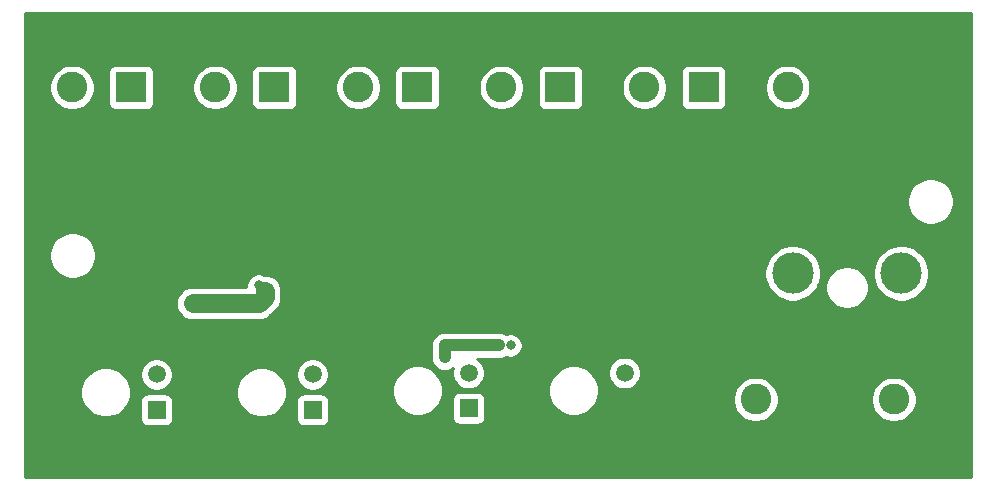
<source format=gbr>
%TF.GenerationSoftware,KiCad,Pcbnew,(5.1.9-0-10_14)*%
%TF.CreationDate,2022-04-24T23:49:05-07:00*%
%TF.ProjectId,PROTO_PCB_2022,50524f54-4f5f-4504-9342-5f323032322e,rev?*%
%TF.SameCoordinates,Original*%
%TF.FileFunction,Copper,L2,Bot*%
%TF.FilePolarity,Positive*%
%FSLAX46Y46*%
G04 Gerber Fmt 4.6, Leading zero omitted, Abs format (unit mm)*
G04 Created by KiCad (PCBNEW (5.1.9-0-10_14)) date 2022-04-24 23:49:05*
%MOMM*%
%LPD*%
G01*
G04 APERTURE LIST*
%TA.AperFunction,ComponentPad*%
%ADD10C,3.500000*%
%TD*%
%TA.AperFunction,ComponentPad*%
%ADD11C,2.600000*%
%TD*%
%TA.AperFunction,ComponentPad*%
%ADD12R,2.600000X2.600000*%
%TD*%
%TA.AperFunction,ComponentPad*%
%ADD13C,1.520000*%
%TD*%
%TA.AperFunction,ComponentPad*%
%ADD14R,1.520000X1.520000*%
%TD*%
%TA.AperFunction,ViaPad*%
%ADD15C,0.800000*%
%TD*%
%TA.AperFunction,Conductor*%
%ADD16C,1.570000*%
%TD*%
%TA.AperFunction,Conductor*%
%ADD17C,1.000000*%
%TD*%
%TA.AperFunction,Conductor*%
%ADD18C,0.254000*%
%TD*%
%TA.AperFunction,Conductor*%
%ADD19C,0.100000*%
%TD*%
G04 APERTURE END LIST*
D10*
%TO.P,F1,2*%
%TO.N,12V_FOR_BRAKELIGHTS*%
X145344000Y-100838000D03*
%TO.P,F1,1*%
%TO.N,BATT_12V*%
X136144000Y-100838000D03*
%TD*%
D11*
%TO.P,J10,2*%
%TO.N,ECU_KILL_EN_TOGGLESWITCH_2B*%
X123600200Y-85090000D03*
D12*
%TO.P,J10,1*%
%TO.N,ECU_KILL_EN_TOGGLESWITCH_3B*%
X128600200Y-85090000D03*
%TD*%
D11*
%TO.P,J9,2*%
%TO.N,ECU_KILL_EN_TOGGLESWITCH_1B*%
X111484400Y-85090000D03*
D12*
%TO.P,J9,1*%
%TO.N,ECU_KILL_EN_TOGGLESWITCH_2B*%
X116484400Y-85090000D03*
%TD*%
D11*
%TO.P,J8,2*%
%TO.N,12V_FOR_BRAKELIGHTS*%
X99368600Y-85090000D03*
D12*
%TO.P,J8,1*%
%TO.N,ECU_KILL_EN_TOGGLESWITCH_1B*%
X104368600Y-85090000D03*
%TD*%
D13*
%TO.P,J6,2*%
%TO.N,+5V*%
X82296000Y-109395001D03*
D14*
%TO.P,J6,1*%
%TO.N,BRAKELIGHTS_EN_5V*%
X82296000Y-112395000D03*
%TD*%
D13*
%TO.P,J4,2*%
%TO.N,VESC_EN_5V*%
X121920000Y-109268001D03*
D14*
%TO.P,J4,1*%
%TO.N,GND*%
X121920000Y-112268000D03*
%TD*%
D13*
%TO.P,J3,2*%
%TO.N,+5V*%
X108712000Y-109268001D03*
D14*
%TO.P,J3,1*%
%TO.N,VESC_EN_5V*%
X108712000Y-112268000D03*
%TD*%
D13*
%TO.P,J1,2*%
%TO.N,+5V*%
X95504000Y-109395001D03*
D14*
%TO.P,J1,1*%
%TO.N,HORN_EN_5V*%
X95504000Y-112395000D03*
%TD*%
D11*
%TO.P,J2,2*%
%TO.N,12V_FOR_BRAKELIGHTS*%
X87252800Y-85090000D03*
D12*
%TO.P,J2,1*%
%TO.N,HORN_GND*%
X92252800Y-85090000D03*
%TD*%
D11*
%TO.P,J7,2*%
%TO.N,12V_FOR_BRAKELIGHTS*%
X75137000Y-85090000D03*
D12*
%TO.P,J7,1*%
%TO.N,BRAKELIGHTS_GND*%
X80137000Y-85090000D03*
%TD*%
D11*
%TO.P,J5,2*%
%TO.N,ECU_KILL_EN_TOGGLESWITCH_3B*%
X135716000Y-85090000D03*
D12*
%TO.P,J5,1*%
%TO.N,GND*%
X140716000Y-85090000D03*
%TD*%
D11*
%TO.P,J12,2*%
%TO.N,12V_FOR_BRAKELIGHTS*%
X144700000Y-111506000D03*
D12*
%TO.P,J12,1*%
%TO.N,GND*%
X139700000Y-111506000D03*
%TD*%
D11*
%TO.P,J11,2*%
%TO.N,BATT_12V*%
X133016000Y-111506000D03*
D12*
%TO.P,J11,1*%
%TO.N,GND*%
X128016000Y-111506000D03*
%TD*%
D15*
%TO.N,GND*%
X123190000Y-103632000D03*
X126238000Y-102616000D03*
X127762000Y-102616000D03*
X124714000Y-103632000D03*
X126238000Y-103632000D03*
X127762000Y-103632000D03*
X129286000Y-103632000D03*
X101600000Y-97790000D03*
X103124000Y-97790000D03*
X104648000Y-97790000D03*
X106172000Y-97790000D03*
X107696000Y-97790000D03*
X109220000Y-97790000D03*
X107696000Y-99314000D03*
X107696000Y-100838000D03*
X101600000Y-99314000D03*
X101600000Y-100838000D03*
X101600000Y-96266000D03*
X101600000Y-94742000D03*
X107696000Y-96266000D03*
X107696000Y-94742000D03*
X109220000Y-99314000D03*
X109220000Y-100838000D03*
X129286000Y-102616000D03*
X92964000Y-98298000D03*
X80943990Y-98126010D03*
X80943990Y-99142010D03*
%TO.N,BRAKELIGHTS_EN_5V*%
X91440000Y-102870000D03*
X90932000Y-101854000D03*
X86360000Y-103378000D03*
X85350429Y-103384429D03*
%TO.N,VESC_EN_5V*%
X112268000Y-106934000D03*
X106680000Y-107950000D03*
X111252000Y-106934000D03*
X106680000Y-106934000D03*
%TD*%
D16*
%TO.N,BRAKELIGHTS_EN_5V*%
X85350429Y-103384429D02*
X90925571Y-103384429D01*
X91440000Y-102870000D02*
X91440000Y-102362000D01*
X90925571Y-103384429D02*
X91440000Y-102870000D01*
D17*
%TO.N,VESC_EN_5V*%
X106680000Y-106934000D02*
X111252000Y-106934000D01*
X106680000Y-106934000D02*
X106680000Y-107950000D01*
%TD*%
D18*
%TO.N,GND*%
X151207001Y-118060000D02*
X71170000Y-118060000D01*
X71170000Y-110684721D01*
X75841002Y-110684721D01*
X75841002Y-111105279D01*
X75923049Y-111517756D01*
X76083990Y-111906301D01*
X76317639Y-112255982D01*
X76615019Y-112553362D01*
X76964700Y-112787011D01*
X77353245Y-112947952D01*
X77765722Y-113029999D01*
X78186280Y-113029999D01*
X78598757Y-112947952D01*
X78987302Y-112787011D01*
X79336983Y-112553362D01*
X79634363Y-112255982D01*
X79868012Y-111906301D01*
X79980388Y-111635000D01*
X80897928Y-111635000D01*
X80897928Y-113155000D01*
X80910188Y-113279482D01*
X80946498Y-113399180D01*
X81005463Y-113509494D01*
X81084815Y-113606185D01*
X81181506Y-113685537D01*
X81291820Y-113744502D01*
X81411518Y-113780812D01*
X81536000Y-113793072D01*
X83056000Y-113793072D01*
X83180482Y-113780812D01*
X83300180Y-113744502D01*
X83410494Y-113685537D01*
X83507185Y-113606185D01*
X83586537Y-113509494D01*
X83645502Y-113399180D01*
X83681812Y-113279482D01*
X83694072Y-113155000D01*
X83694072Y-111635000D01*
X83681812Y-111510518D01*
X83645502Y-111390820D01*
X83586537Y-111280506D01*
X83507185Y-111183815D01*
X83410494Y-111104463D01*
X83300180Y-111045498D01*
X83180482Y-111009188D01*
X83056000Y-110996928D01*
X81536000Y-110996928D01*
X81411518Y-111009188D01*
X81291820Y-111045498D01*
X81181506Y-111104463D01*
X81084815Y-111183815D01*
X81005463Y-111280506D01*
X80946498Y-111390820D01*
X80910188Y-111510518D01*
X80897928Y-111635000D01*
X79980388Y-111635000D01*
X80028953Y-111517756D01*
X80111000Y-111105279D01*
X80111000Y-110684721D01*
X80028953Y-110272244D01*
X79868012Y-109883699D01*
X79634363Y-109534018D01*
X79357950Y-109257605D01*
X80901000Y-109257605D01*
X80901000Y-109532397D01*
X80954609Y-109801908D01*
X81059767Y-110055781D01*
X81212433Y-110284262D01*
X81406739Y-110478568D01*
X81635220Y-110631234D01*
X81889093Y-110736392D01*
X82158604Y-110790001D01*
X82433396Y-110790001D01*
X82702907Y-110736392D01*
X82827651Y-110684721D01*
X89049002Y-110684721D01*
X89049002Y-111105279D01*
X89131049Y-111517756D01*
X89291990Y-111906301D01*
X89525639Y-112255982D01*
X89823019Y-112553362D01*
X90172700Y-112787011D01*
X90561245Y-112947952D01*
X90973722Y-113029999D01*
X91394280Y-113029999D01*
X91806757Y-112947952D01*
X92195302Y-112787011D01*
X92544983Y-112553362D01*
X92842363Y-112255982D01*
X93076012Y-111906301D01*
X93188388Y-111635000D01*
X94105928Y-111635000D01*
X94105928Y-113155000D01*
X94118188Y-113279482D01*
X94154498Y-113399180D01*
X94213463Y-113509494D01*
X94292815Y-113606185D01*
X94389506Y-113685537D01*
X94499820Y-113744502D01*
X94619518Y-113780812D01*
X94744000Y-113793072D01*
X96264000Y-113793072D01*
X96388482Y-113780812D01*
X96508180Y-113744502D01*
X96618494Y-113685537D01*
X96715185Y-113606185D01*
X96794537Y-113509494D01*
X96853502Y-113399180D01*
X96889812Y-113279482D01*
X96902072Y-113155000D01*
X96902072Y-111635000D01*
X96889812Y-111510518D01*
X96853502Y-111390820D01*
X96794537Y-111280506D01*
X96715185Y-111183815D01*
X96618494Y-111104463D01*
X96508180Y-111045498D01*
X96388482Y-111009188D01*
X96264000Y-110996928D01*
X94744000Y-110996928D01*
X94619518Y-111009188D01*
X94499820Y-111045498D01*
X94389506Y-111104463D01*
X94292815Y-111183815D01*
X94213463Y-111280506D01*
X94154498Y-111390820D01*
X94118188Y-111510518D01*
X94105928Y-111635000D01*
X93188388Y-111635000D01*
X93236953Y-111517756D01*
X93319000Y-111105279D01*
X93319000Y-110684721D01*
X93236953Y-110272244D01*
X93076012Y-109883699D01*
X92842363Y-109534018D01*
X92565950Y-109257605D01*
X94109000Y-109257605D01*
X94109000Y-109532397D01*
X94162609Y-109801908D01*
X94267767Y-110055781D01*
X94420433Y-110284262D01*
X94614739Y-110478568D01*
X94843220Y-110631234D01*
X95097093Y-110736392D01*
X95366604Y-110790001D01*
X95641396Y-110790001D01*
X95910907Y-110736392D01*
X96164780Y-110631234D01*
X96274800Y-110557721D01*
X102257002Y-110557721D01*
X102257002Y-110978279D01*
X102339049Y-111390756D01*
X102499990Y-111779301D01*
X102733639Y-112128982D01*
X103031019Y-112426362D01*
X103380700Y-112660011D01*
X103769245Y-112820952D01*
X104181722Y-112902999D01*
X104602280Y-112902999D01*
X105014757Y-112820952D01*
X105403302Y-112660011D01*
X105752983Y-112426362D01*
X106050363Y-112128982D01*
X106284012Y-111779301D01*
X106396388Y-111508000D01*
X107313928Y-111508000D01*
X107313928Y-113028000D01*
X107326188Y-113152482D01*
X107362498Y-113272180D01*
X107421463Y-113382494D01*
X107500815Y-113479185D01*
X107597506Y-113558537D01*
X107707820Y-113617502D01*
X107827518Y-113653812D01*
X107952000Y-113666072D01*
X109472000Y-113666072D01*
X109596482Y-113653812D01*
X109716180Y-113617502D01*
X109826494Y-113558537D01*
X109923185Y-113479185D01*
X110002537Y-113382494D01*
X110061502Y-113272180D01*
X110097812Y-113152482D01*
X110110072Y-113028000D01*
X110110072Y-111508000D01*
X110097812Y-111383518D01*
X110061502Y-111263820D01*
X110002537Y-111153506D01*
X109923185Y-111056815D01*
X109826494Y-110977463D01*
X109716180Y-110918498D01*
X109596482Y-110882188D01*
X109472000Y-110869928D01*
X107952000Y-110869928D01*
X107827518Y-110882188D01*
X107707820Y-110918498D01*
X107597506Y-110977463D01*
X107500815Y-111056815D01*
X107421463Y-111153506D01*
X107362498Y-111263820D01*
X107326188Y-111383518D01*
X107313928Y-111508000D01*
X106396388Y-111508000D01*
X106444953Y-111390756D01*
X106527000Y-110978279D01*
X106527000Y-110557721D01*
X106444953Y-110145244D01*
X106284012Y-109756699D01*
X106050363Y-109407018D01*
X105752983Y-109109638D01*
X105403302Y-108875989D01*
X105014757Y-108715048D01*
X104602280Y-108633001D01*
X104181722Y-108633001D01*
X103769245Y-108715048D01*
X103380700Y-108875989D01*
X103031019Y-109109638D01*
X102733639Y-109407018D01*
X102499990Y-109756699D01*
X102339049Y-110145244D01*
X102257002Y-110557721D01*
X96274800Y-110557721D01*
X96393261Y-110478568D01*
X96587567Y-110284262D01*
X96740233Y-110055781D01*
X96845391Y-109801908D01*
X96899000Y-109532397D01*
X96899000Y-109257605D01*
X96845391Y-108988094D01*
X96740233Y-108734221D01*
X96587567Y-108505740D01*
X96393261Y-108311434D01*
X96164780Y-108158768D01*
X95910907Y-108053610D01*
X95641396Y-108000001D01*
X95366604Y-108000001D01*
X95097093Y-108053610D01*
X94843220Y-108158768D01*
X94614739Y-108311434D01*
X94420433Y-108505740D01*
X94267767Y-108734221D01*
X94162609Y-108988094D01*
X94109000Y-109257605D01*
X92565950Y-109257605D01*
X92544983Y-109236638D01*
X92195302Y-109002989D01*
X91806757Y-108842048D01*
X91394280Y-108760001D01*
X90973722Y-108760001D01*
X90561245Y-108842048D01*
X90172700Y-109002989D01*
X89823019Y-109236638D01*
X89525639Y-109534018D01*
X89291990Y-109883699D01*
X89131049Y-110272244D01*
X89049002Y-110684721D01*
X82827651Y-110684721D01*
X82956780Y-110631234D01*
X83185261Y-110478568D01*
X83379567Y-110284262D01*
X83532233Y-110055781D01*
X83637391Y-109801908D01*
X83691000Y-109532397D01*
X83691000Y-109257605D01*
X83637391Y-108988094D01*
X83532233Y-108734221D01*
X83379567Y-108505740D01*
X83185261Y-108311434D01*
X82956780Y-108158768D01*
X82702907Y-108053610D01*
X82433396Y-108000001D01*
X82158604Y-108000001D01*
X81889093Y-108053610D01*
X81635220Y-108158768D01*
X81406739Y-108311434D01*
X81212433Y-108505740D01*
X81059767Y-108734221D01*
X80954609Y-108988094D01*
X80901000Y-109257605D01*
X79357950Y-109257605D01*
X79336983Y-109236638D01*
X78987302Y-109002989D01*
X78598757Y-108842048D01*
X78186280Y-108760001D01*
X77765722Y-108760001D01*
X77353245Y-108842048D01*
X76964700Y-109002989D01*
X76615019Y-109236638D01*
X76317639Y-109534018D01*
X76083990Y-109883699D01*
X75923049Y-110272244D01*
X75841002Y-110684721D01*
X71170000Y-110684721D01*
X71170000Y-106934000D01*
X105539509Y-106934000D01*
X105545000Y-106989752D01*
X105545000Y-108005752D01*
X105561423Y-108172499D01*
X105626324Y-108386447D01*
X105731717Y-108583623D01*
X105873552Y-108756449D01*
X106046378Y-108898284D01*
X106243554Y-109003676D01*
X106457502Y-109068577D01*
X106680000Y-109090491D01*
X106902499Y-109068577D01*
X107116447Y-109003676D01*
X107313623Y-108898284D01*
X107376619Y-108846584D01*
X107370609Y-108861094D01*
X107317000Y-109130605D01*
X107317000Y-109405397D01*
X107370609Y-109674908D01*
X107475767Y-109928781D01*
X107628433Y-110157262D01*
X107822739Y-110351568D01*
X108051220Y-110504234D01*
X108305093Y-110609392D01*
X108574604Y-110663001D01*
X108849396Y-110663001D01*
X109118907Y-110609392D01*
X109243651Y-110557721D01*
X115465002Y-110557721D01*
X115465002Y-110978279D01*
X115547049Y-111390756D01*
X115707990Y-111779301D01*
X115941639Y-112128982D01*
X116239019Y-112426362D01*
X116588700Y-112660011D01*
X116977245Y-112820952D01*
X117389722Y-112902999D01*
X117810280Y-112902999D01*
X118222757Y-112820952D01*
X118611302Y-112660011D01*
X118960983Y-112426362D01*
X119258363Y-112128982D01*
X119492012Y-111779301D01*
X119652953Y-111390756D01*
X119667938Y-111315419D01*
X131081000Y-111315419D01*
X131081000Y-111696581D01*
X131155361Y-112070419D01*
X131301225Y-112422566D01*
X131512987Y-112739491D01*
X131782509Y-113009013D01*
X132099434Y-113220775D01*
X132451581Y-113366639D01*
X132825419Y-113441000D01*
X133206581Y-113441000D01*
X133580419Y-113366639D01*
X133932566Y-113220775D01*
X134249491Y-113009013D01*
X134519013Y-112739491D01*
X134730775Y-112422566D01*
X134876639Y-112070419D01*
X134951000Y-111696581D01*
X134951000Y-111315419D01*
X142765000Y-111315419D01*
X142765000Y-111696581D01*
X142839361Y-112070419D01*
X142985225Y-112422566D01*
X143196987Y-112739491D01*
X143466509Y-113009013D01*
X143783434Y-113220775D01*
X144135581Y-113366639D01*
X144509419Y-113441000D01*
X144890581Y-113441000D01*
X145264419Y-113366639D01*
X145616566Y-113220775D01*
X145933491Y-113009013D01*
X146203013Y-112739491D01*
X146414775Y-112422566D01*
X146560639Y-112070419D01*
X146635000Y-111696581D01*
X146635000Y-111315419D01*
X146560639Y-110941581D01*
X146414775Y-110589434D01*
X146203013Y-110272509D01*
X145933491Y-110002987D01*
X145616566Y-109791225D01*
X145264419Y-109645361D01*
X144890581Y-109571000D01*
X144509419Y-109571000D01*
X144135581Y-109645361D01*
X143783434Y-109791225D01*
X143466509Y-110002987D01*
X143196987Y-110272509D01*
X142985225Y-110589434D01*
X142839361Y-110941581D01*
X142765000Y-111315419D01*
X134951000Y-111315419D01*
X134876639Y-110941581D01*
X134730775Y-110589434D01*
X134519013Y-110272509D01*
X134249491Y-110002987D01*
X133932566Y-109791225D01*
X133580419Y-109645361D01*
X133206581Y-109571000D01*
X132825419Y-109571000D01*
X132451581Y-109645361D01*
X132099434Y-109791225D01*
X131782509Y-110002987D01*
X131512987Y-110272509D01*
X131301225Y-110589434D01*
X131155361Y-110941581D01*
X131081000Y-111315419D01*
X119667938Y-111315419D01*
X119735000Y-110978279D01*
X119735000Y-110557721D01*
X119652953Y-110145244D01*
X119492012Y-109756699D01*
X119258363Y-109407018D01*
X118981950Y-109130605D01*
X120525000Y-109130605D01*
X120525000Y-109405397D01*
X120578609Y-109674908D01*
X120683767Y-109928781D01*
X120836433Y-110157262D01*
X121030739Y-110351568D01*
X121259220Y-110504234D01*
X121513093Y-110609392D01*
X121782604Y-110663001D01*
X122057396Y-110663001D01*
X122326907Y-110609392D01*
X122580780Y-110504234D01*
X122809261Y-110351568D01*
X123003567Y-110157262D01*
X123156233Y-109928781D01*
X123261391Y-109674908D01*
X123315000Y-109405397D01*
X123315000Y-109130605D01*
X123261391Y-108861094D01*
X123156233Y-108607221D01*
X123003567Y-108378740D01*
X122809261Y-108184434D01*
X122580780Y-108031768D01*
X122326907Y-107926610D01*
X122057396Y-107873001D01*
X121782604Y-107873001D01*
X121513093Y-107926610D01*
X121259220Y-108031768D01*
X121030739Y-108184434D01*
X120836433Y-108378740D01*
X120683767Y-108607221D01*
X120578609Y-108861094D01*
X120525000Y-109130605D01*
X118981950Y-109130605D01*
X118960983Y-109109638D01*
X118611302Y-108875989D01*
X118222757Y-108715048D01*
X117810280Y-108633001D01*
X117389722Y-108633001D01*
X116977245Y-108715048D01*
X116588700Y-108875989D01*
X116239019Y-109109638D01*
X115941639Y-109407018D01*
X115707990Y-109756699D01*
X115547049Y-110145244D01*
X115465002Y-110557721D01*
X109243651Y-110557721D01*
X109372780Y-110504234D01*
X109601261Y-110351568D01*
X109795567Y-110157262D01*
X109948233Y-109928781D01*
X110053391Y-109674908D01*
X110107000Y-109405397D01*
X110107000Y-109130605D01*
X110053391Y-108861094D01*
X109948233Y-108607221D01*
X109795567Y-108378740D01*
X109601261Y-108184434D01*
X109428502Y-108069000D01*
X111307752Y-108069000D01*
X111474499Y-108052577D01*
X111688447Y-107987676D01*
X111871281Y-107889950D01*
X111966102Y-107929226D01*
X112166061Y-107969000D01*
X112369939Y-107969000D01*
X112569898Y-107929226D01*
X112758256Y-107851205D01*
X112927774Y-107737937D01*
X113071937Y-107593774D01*
X113185205Y-107424256D01*
X113263226Y-107235898D01*
X113303000Y-107035939D01*
X113303000Y-106832061D01*
X113263226Y-106632102D01*
X113185205Y-106443744D01*
X113071937Y-106274226D01*
X112927774Y-106130063D01*
X112758256Y-106016795D01*
X112569898Y-105938774D01*
X112369939Y-105899000D01*
X112166061Y-105899000D01*
X111966102Y-105938774D01*
X111871281Y-105978050D01*
X111688447Y-105880324D01*
X111474499Y-105815423D01*
X111307752Y-105799000D01*
X106735751Y-105799000D01*
X106680000Y-105793509D01*
X106624248Y-105799000D01*
X106457501Y-105815423D01*
X106243553Y-105880324D01*
X106046377Y-105985716D01*
X105873551Y-106127551D01*
X105731716Y-106300377D01*
X105626324Y-106497553D01*
X105561423Y-106711501D01*
X105539509Y-106934000D01*
X71170000Y-106934000D01*
X71170000Y-103384429D01*
X83923559Y-103384429D01*
X83950976Y-103662798D01*
X84032173Y-103930469D01*
X84164030Y-104177155D01*
X84341480Y-104393378D01*
X84557703Y-104570828D01*
X84804389Y-104702685D01*
X85072060Y-104783882D01*
X85280677Y-104804429D01*
X90855829Y-104804429D01*
X90925571Y-104811298D01*
X90995313Y-104804429D01*
X90995323Y-104804429D01*
X91203940Y-104783882D01*
X91471611Y-104702685D01*
X91718297Y-104570828D01*
X91934520Y-104393378D01*
X91978987Y-104339195D01*
X92394771Y-103923411D01*
X92448948Y-103878949D01*
X92626399Y-103662726D01*
X92758256Y-103416040D01*
X92839453Y-103148369D01*
X92860000Y-102939752D01*
X92860000Y-102939743D01*
X92866869Y-102870001D01*
X92860000Y-102800259D01*
X92860000Y-102292249D01*
X92839453Y-102083632D01*
X92758256Y-101815960D01*
X92626399Y-101569274D01*
X92448949Y-101353051D01*
X92232726Y-101175601D01*
X91986040Y-101043744D01*
X91718369Y-100962547D01*
X91440000Y-100935130D01*
X91422364Y-100936867D01*
X91422256Y-100936795D01*
X91233898Y-100858774D01*
X91033939Y-100819000D01*
X90830061Y-100819000D01*
X90630102Y-100858774D01*
X90441744Y-100936795D01*
X90272226Y-101050063D01*
X90128063Y-101194226D01*
X90014795Y-101363744D01*
X89936774Y-101552102D01*
X89897000Y-101752061D01*
X89897000Y-101955939D01*
X89898689Y-101964429D01*
X85280677Y-101964429D01*
X85072060Y-101984976D01*
X84804389Y-102066173D01*
X84557703Y-102198030D01*
X84341480Y-102375480D01*
X84164030Y-102591703D01*
X84032173Y-102838389D01*
X83950976Y-103106060D01*
X83923559Y-103384429D01*
X71170000Y-103384429D01*
X71170000Y-99118495D01*
X73199000Y-99118495D01*
X73199000Y-99509505D01*
X73275282Y-99893003D01*
X73424915Y-100254250D01*
X73642149Y-100579364D01*
X73918636Y-100855851D01*
X74243750Y-101073085D01*
X74604997Y-101222718D01*
X74988495Y-101299000D01*
X75379505Y-101299000D01*
X75763003Y-101222718D01*
X76124250Y-101073085D01*
X76449364Y-100855851D01*
X76702117Y-100603098D01*
X133759000Y-100603098D01*
X133759000Y-101072902D01*
X133850654Y-101533679D01*
X134030440Y-101967721D01*
X134291450Y-102358349D01*
X134623651Y-102690550D01*
X135014279Y-102951560D01*
X135448321Y-103131346D01*
X135909098Y-103223000D01*
X136378902Y-103223000D01*
X136839679Y-103131346D01*
X137273721Y-102951560D01*
X137664349Y-102690550D01*
X137996550Y-102358349D01*
X138257560Y-101967721D01*
X138303311Y-101857268D01*
X138909000Y-101857268D01*
X138909000Y-102218732D01*
X138979518Y-102573250D01*
X139117844Y-102907199D01*
X139318662Y-103207744D01*
X139574256Y-103463338D01*
X139874801Y-103664156D01*
X140208750Y-103802482D01*
X140563268Y-103873000D01*
X140924732Y-103873000D01*
X141279250Y-103802482D01*
X141613199Y-103664156D01*
X141913744Y-103463338D01*
X142169338Y-103207744D01*
X142370156Y-102907199D01*
X142508482Y-102573250D01*
X142579000Y-102218732D01*
X142579000Y-101857268D01*
X142508482Y-101502750D01*
X142370156Y-101168801D01*
X142169338Y-100868256D01*
X141913744Y-100612662D01*
X141899431Y-100603098D01*
X142959000Y-100603098D01*
X142959000Y-101072902D01*
X143050654Y-101533679D01*
X143230440Y-101967721D01*
X143491450Y-102358349D01*
X143823651Y-102690550D01*
X144214279Y-102951560D01*
X144648321Y-103131346D01*
X145109098Y-103223000D01*
X145578902Y-103223000D01*
X146039679Y-103131346D01*
X146473721Y-102951560D01*
X146864349Y-102690550D01*
X147196550Y-102358349D01*
X147457560Y-101967721D01*
X147637346Y-101533679D01*
X147729000Y-101072902D01*
X147729000Y-100603098D01*
X147637346Y-100142321D01*
X147457560Y-99708279D01*
X147196550Y-99317651D01*
X146864349Y-98985450D01*
X146473721Y-98724440D01*
X146039679Y-98544654D01*
X145578902Y-98453000D01*
X145109098Y-98453000D01*
X144648321Y-98544654D01*
X144214279Y-98724440D01*
X143823651Y-98985450D01*
X143491450Y-99317651D01*
X143230440Y-99708279D01*
X143050654Y-100142321D01*
X142959000Y-100603098D01*
X141899431Y-100603098D01*
X141613199Y-100411844D01*
X141279250Y-100273518D01*
X140924732Y-100203000D01*
X140563268Y-100203000D01*
X140208750Y-100273518D01*
X139874801Y-100411844D01*
X139574256Y-100612662D01*
X139318662Y-100868256D01*
X139117844Y-101168801D01*
X138979518Y-101502750D01*
X138909000Y-101857268D01*
X138303311Y-101857268D01*
X138437346Y-101533679D01*
X138529000Y-101072902D01*
X138529000Y-100603098D01*
X138437346Y-100142321D01*
X138257560Y-99708279D01*
X137996550Y-99317651D01*
X137664349Y-98985450D01*
X137273721Y-98724440D01*
X136839679Y-98544654D01*
X136378902Y-98453000D01*
X135909098Y-98453000D01*
X135448321Y-98544654D01*
X135014279Y-98724440D01*
X134623651Y-98985450D01*
X134291450Y-99317651D01*
X134030440Y-99708279D01*
X133850654Y-100142321D01*
X133759000Y-100603098D01*
X76702117Y-100603098D01*
X76725851Y-100579364D01*
X76943085Y-100254250D01*
X77092718Y-99893003D01*
X77169000Y-99509505D01*
X77169000Y-99118495D01*
X77092718Y-98734997D01*
X76943085Y-98373750D01*
X76725851Y-98048636D01*
X76449364Y-97772149D01*
X76124250Y-97554915D01*
X75763003Y-97405282D01*
X75379505Y-97329000D01*
X74988495Y-97329000D01*
X74604997Y-97405282D01*
X74243750Y-97554915D01*
X73918636Y-97772149D01*
X73642149Y-98048636D01*
X73424915Y-98373750D01*
X73275282Y-98734997D01*
X73199000Y-99118495D01*
X71170000Y-99118495D01*
X71170000Y-94546495D01*
X145843000Y-94546495D01*
X145843000Y-94937505D01*
X145919282Y-95321003D01*
X146068915Y-95682250D01*
X146286149Y-96007364D01*
X146562636Y-96283851D01*
X146887750Y-96501085D01*
X147248997Y-96650718D01*
X147632495Y-96727000D01*
X148023505Y-96727000D01*
X148407003Y-96650718D01*
X148768250Y-96501085D01*
X149093364Y-96283851D01*
X149369851Y-96007364D01*
X149587085Y-95682250D01*
X149736718Y-95321003D01*
X149813000Y-94937505D01*
X149813000Y-94546495D01*
X149736718Y-94162997D01*
X149587085Y-93801750D01*
X149369851Y-93476636D01*
X149093364Y-93200149D01*
X148768250Y-92982915D01*
X148407003Y-92833282D01*
X148023505Y-92757000D01*
X147632495Y-92757000D01*
X147248997Y-92833282D01*
X146887750Y-92982915D01*
X146562636Y-93200149D01*
X146286149Y-93476636D01*
X146068915Y-93801750D01*
X145919282Y-94162997D01*
X145843000Y-94546495D01*
X71170000Y-94546495D01*
X71170000Y-84899419D01*
X73202000Y-84899419D01*
X73202000Y-85280581D01*
X73276361Y-85654419D01*
X73422225Y-86006566D01*
X73633987Y-86323491D01*
X73903509Y-86593013D01*
X74220434Y-86804775D01*
X74572581Y-86950639D01*
X74946419Y-87025000D01*
X75327581Y-87025000D01*
X75701419Y-86950639D01*
X76053566Y-86804775D01*
X76370491Y-86593013D01*
X76640013Y-86323491D01*
X76851775Y-86006566D01*
X76997639Y-85654419D01*
X77072000Y-85280581D01*
X77072000Y-84899419D01*
X76997639Y-84525581D01*
X76851775Y-84173434D01*
X76640013Y-83856509D01*
X76573504Y-83790000D01*
X78198928Y-83790000D01*
X78198928Y-86390000D01*
X78211188Y-86514482D01*
X78247498Y-86634180D01*
X78306463Y-86744494D01*
X78385815Y-86841185D01*
X78482506Y-86920537D01*
X78592820Y-86979502D01*
X78712518Y-87015812D01*
X78837000Y-87028072D01*
X81437000Y-87028072D01*
X81561482Y-87015812D01*
X81681180Y-86979502D01*
X81791494Y-86920537D01*
X81888185Y-86841185D01*
X81967537Y-86744494D01*
X82026502Y-86634180D01*
X82062812Y-86514482D01*
X82075072Y-86390000D01*
X82075072Y-84899419D01*
X85317800Y-84899419D01*
X85317800Y-85280581D01*
X85392161Y-85654419D01*
X85538025Y-86006566D01*
X85749787Y-86323491D01*
X86019309Y-86593013D01*
X86336234Y-86804775D01*
X86688381Y-86950639D01*
X87062219Y-87025000D01*
X87443381Y-87025000D01*
X87817219Y-86950639D01*
X88169366Y-86804775D01*
X88486291Y-86593013D01*
X88755813Y-86323491D01*
X88967575Y-86006566D01*
X89113439Y-85654419D01*
X89187800Y-85280581D01*
X89187800Y-84899419D01*
X89113439Y-84525581D01*
X88967575Y-84173434D01*
X88755813Y-83856509D01*
X88689304Y-83790000D01*
X90314728Y-83790000D01*
X90314728Y-86390000D01*
X90326988Y-86514482D01*
X90363298Y-86634180D01*
X90422263Y-86744494D01*
X90501615Y-86841185D01*
X90598306Y-86920537D01*
X90708620Y-86979502D01*
X90828318Y-87015812D01*
X90952800Y-87028072D01*
X93552800Y-87028072D01*
X93677282Y-87015812D01*
X93796980Y-86979502D01*
X93907294Y-86920537D01*
X94003985Y-86841185D01*
X94083337Y-86744494D01*
X94142302Y-86634180D01*
X94178612Y-86514482D01*
X94190872Y-86390000D01*
X94190872Y-84899419D01*
X97433600Y-84899419D01*
X97433600Y-85280581D01*
X97507961Y-85654419D01*
X97653825Y-86006566D01*
X97865587Y-86323491D01*
X98135109Y-86593013D01*
X98452034Y-86804775D01*
X98804181Y-86950639D01*
X99178019Y-87025000D01*
X99559181Y-87025000D01*
X99933019Y-86950639D01*
X100285166Y-86804775D01*
X100602091Y-86593013D01*
X100871613Y-86323491D01*
X101083375Y-86006566D01*
X101229239Y-85654419D01*
X101303600Y-85280581D01*
X101303600Y-84899419D01*
X101229239Y-84525581D01*
X101083375Y-84173434D01*
X100871613Y-83856509D01*
X100805104Y-83790000D01*
X102430528Y-83790000D01*
X102430528Y-86390000D01*
X102442788Y-86514482D01*
X102479098Y-86634180D01*
X102538063Y-86744494D01*
X102617415Y-86841185D01*
X102714106Y-86920537D01*
X102824420Y-86979502D01*
X102944118Y-87015812D01*
X103068600Y-87028072D01*
X105668600Y-87028072D01*
X105793082Y-87015812D01*
X105912780Y-86979502D01*
X106023094Y-86920537D01*
X106119785Y-86841185D01*
X106199137Y-86744494D01*
X106258102Y-86634180D01*
X106294412Y-86514482D01*
X106306672Y-86390000D01*
X106306672Y-84899419D01*
X109549400Y-84899419D01*
X109549400Y-85280581D01*
X109623761Y-85654419D01*
X109769625Y-86006566D01*
X109981387Y-86323491D01*
X110250909Y-86593013D01*
X110567834Y-86804775D01*
X110919981Y-86950639D01*
X111293819Y-87025000D01*
X111674981Y-87025000D01*
X112048819Y-86950639D01*
X112400966Y-86804775D01*
X112717891Y-86593013D01*
X112987413Y-86323491D01*
X113199175Y-86006566D01*
X113345039Y-85654419D01*
X113419400Y-85280581D01*
X113419400Y-84899419D01*
X113345039Y-84525581D01*
X113199175Y-84173434D01*
X112987413Y-83856509D01*
X112920904Y-83790000D01*
X114546328Y-83790000D01*
X114546328Y-86390000D01*
X114558588Y-86514482D01*
X114594898Y-86634180D01*
X114653863Y-86744494D01*
X114733215Y-86841185D01*
X114829906Y-86920537D01*
X114940220Y-86979502D01*
X115059918Y-87015812D01*
X115184400Y-87028072D01*
X117784400Y-87028072D01*
X117908882Y-87015812D01*
X118028580Y-86979502D01*
X118138894Y-86920537D01*
X118235585Y-86841185D01*
X118314937Y-86744494D01*
X118373902Y-86634180D01*
X118410212Y-86514482D01*
X118422472Y-86390000D01*
X118422472Y-84899419D01*
X121665200Y-84899419D01*
X121665200Y-85280581D01*
X121739561Y-85654419D01*
X121885425Y-86006566D01*
X122097187Y-86323491D01*
X122366709Y-86593013D01*
X122683634Y-86804775D01*
X123035781Y-86950639D01*
X123409619Y-87025000D01*
X123790781Y-87025000D01*
X124164619Y-86950639D01*
X124516766Y-86804775D01*
X124833691Y-86593013D01*
X125103213Y-86323491D01*
X125314975Y-86006566D01*
X125460839Y-85654419D01*
X125535200Y-85280581D01*
X125535200Y-84899419D01*
X125460839Y-84525581D01*
X125314975Y-84173434D01*
X125103213Y-83856509D01*
X125036704Y-83790000D01*
X126662128Y-83790000D01*
X126662128Y-86390000D01*
X126674388Y-86514482D01*
X126710698Y-86634180D01*
X126769663Y-86744494D01*
X126849015Y-86841185D01*
X126945706Y-86920537D01*
X127056020Y-86979502D01*
X127175718Y-87015812D01*
X127300200Y-87028072D01*
X129900200Y-87028072D01*
X130024682Y-87015812D01*
X130144380Y-86979502D01*
X130254694Y-86920537D01*
X130351385Y-86841185D01*
X130430737Y-86744494D01*
X130489702Y-86634180D01*
X130526012Y-86514482D01*
X130538272Y-86390000D01*
X130538272Y-84899419D01*
X133781000Y-84899419D01*
X133781000Y-85280581D01*
X133855361Y-85654419D01*
X134001225Y-86006566D01*
X134212987Y-86323491D01*
X134482509Y-86593013D01*
X134799434Y-86804775D01*
X135151581Y-86950639D01*
X135525419Y-87025000D01*
X135906581Y-87025000D01*
X136280419Y-86950639D01*
X136632566Y-86804775D01*
X136949491Y-86593013D01*
X137219013Y-86323491D01*
X137430775Y-86006566D01*
X137576639Y-85654419D01*
X137651000Y-85280581D01*
X137651000Y-84899419D01*
X137576639Y-84525581D01*
X137430775Y-84173434D01*
X137219013Y-83856509D01*
X136949491Y-83586987D01*
X136632566Y-83375225D01*
X136280419Y-83229361D01*
X135906581Y-83155000D01*
X135525419Y-83155000D01*
X135151581Y-83229361D01*
X134799434Y-83375225D01*
X134482509Y-83586987D01*
X134212987Y-83856509D01*
X134001225Y-84173434D01*
X133855361Y-84525581D01*
X133781000Y-84899419D01*
X130538272Y-84899419D01*
X130538272Y-83790000D01*
X130526012Y-83665518D01*
X130489702Y-83545820D01*
X130430737Y-83435506D01*
X130351385Y-83338815D01*
X130254694Y-83259463D01*
X130144380Y-83200498D01*
X130024682Y-83164188D01*
X129900200Y-83151928D01*
X127300200Y-83151928D01*
X127175718Y-83164188D01*
X127056020Y-83200498D01*
X126945706Y-83259463D01*
X126849015Y-83338815D01*
X126769663Y-83435506D01*
X126710698Y-83545820D01*
X126674388Y-83665518D01*
X126662128Y-83790000D01*
X125036704Y-83790000D01*
X124833691Y-83586987D01*
X124516766Y-83375225D01*
X124164619Y-83229361D01*
X123790781Y-83155000D01*
X123409619Y-83155000D01*
X123035781Y-83229361D01*
X122683634Y-83375225D01*
X122366709Y-83586987D01*
X122097187Y-83856509D01*
X121885425Y-84173434D01*
X121739561Y-84525581D01*
X121665200Y-84899419D01*
X118422472Y-84899419D01*
X118422472Y-83790000D01*
X118410212Y-83665518D01*
X118373902Y-83545820D01*
X118314937Y-83435506D01*
X118235585Y-83338815D01*
X118138894Y-83259463D01*
X118028580Y-83200498D01*
X117908882Y-83164188D01*
X117784400Y-83151928D01*
X115184400Y-83151928D01*
X115059918Y-83164188D01*
X114940220Y-83200498D01*
X114829906Y-83259463D01*
X114733215Y-83338815D01*
X114653863Y-83435506D01*
X114594898Y-83545820D01*
X114558588Y-83665518D01*
X114546328Y-83790000D01*
X112920904Y-83790000D01*
X112717891Y-83586987D01*
X112400966Y-83375225D01*
X112048819Y-83229361D01*
X111674981Y-83155000D01*
X111293819Y-83155000D01*
X110919981Y-83229361D01*
X110567834Y-83375225D01*
X110250909Y-83586987D01*
X109981387Y-83856509D01*
X109769625Y-84173434D01*
X109623761Y-84525581D01*
X109549400Y-84899419D01*
X106306672Y-84899419D01*
X106306672Y-83790000D01*
X106294412Y-83665518D01*
X106258102Y-83545820D01*
X106199137Y-83435506D01*
X106119785Y-83338815D01*
X106023094Y-83259463D01*
X105912780Y-83200498D01*
X105793082Y-83164188D01*
X105668600Y-83151928D01*
X103068600Y-83151928D01*
X102944118Y-83164188D01*
X102824420Y-83200498D01*
X102714106Y-83259463D01*
X102617415Y-83338815D01*
X102538063Y-83435506D01*
X102479098Y-83545820D01*
X102442788Y-83665518D01*
X102430528Y-83790000D01*
X100805104Y-83790000D01*
X100602091Y-83586987D01*
X100285166Y-83375225D01*
X99933019Y-83229361D01*
X99559181Y-83155000D01*
X99178019Y-83155000D01*
X98804181Y-83229361D01*
X98452034Y-83375225D01*
X98135109Y-83586987D01*
X97865587Y-83856509D01*
X97653825Y-84173434D01*
X97507961Y-84525581D01*
X97433600Y-84899419D01*
X94190872Y-84899419D01*
X94190872Y-83790000D01*
X94178612Y-83665518D01*
X94142302Y-83545820D01*
X94083337Y-83435506D01*
X94003985Y-83338815D01*
X93907294Y-83259463D01*
X93796980Y-83200498D01*
X93677282Y-83164188D01*
X93552800Y-83151928D01*
X90952800Y-83151928D01*
X90828318Y-83164188D01*
X90708620Y-83200498D01*
X90598306Y-83259463D01*
X90501615Y-83338815D01*
X90422263Y-83435506D01*
X90363298Y-83545820D01*
X90326988Y-83665518D01*
X90314728Y-83790000D01*
X88689304Y-83790000D01*
X88486291Y-83586987D01*
X88169366Y-83375225D01*
X87817219Y-83229361D01*
X87443381Y-83155000D01*
X87062219Y-83155000D01*
X86688381Y-83229361D01*
X86336234Y-83375225D01*
X86019309Y-83586987D01*
X85749787Y-83856509D01*
X85538025Y-84173434D01*
X85392161Y-84525581D01*
X85317800Y-84899419D01*
X82075072Y-84899419D01*
X82075072Y-83790000D01*
X82062812Y-83665518D01*
X82026502Y-83545820D01*
X81967537Y-83435506D01*
X81888185Y-83338815D01*
X81791494Y-83259463D01*
X81681180Y-83200498D01*
X81561482Y-83164188D01*
X81437000Y-83151928D01*
X78837000Y-83151928D01*
X78712518Y-83164188D01*
X78592820Y-83200498D01*
X78482506Y-83259463D01*
X78385815Y-83338815D01*
X78306463Y-83435506D01*
X78247498Y-83545820D01*
X78211188Y-83665518D01*
X78198928Y-83790000D01*
X76573504Y-83790000D01*
X76370491Y-83586987D01*
X76053566Y-83375225D01*
X75701419Y-83229361D01*
X75327581Y-83155000D01*
X74946419Y-83155000D01*
X74572581Y-83229361D01*
X74220434Y-83375225D01*
X73903509Y-83586987D01*
X73633987Y-83856509D01*
X73422225Y-84173434D01*
X73276361Y-84525581D01*
X73202000Y-84899419D01*
X71170000Y-84899419D01*
X71170000Y-78790000D01*
X151207000Y-78790000D01*
X151207001Y-118060000D01*
%TA.AperFunction,Conductor*%
D19*
G36*
X151207001Y-118060000D02*
G01*
X71170000Y-118060000D01*
X71170000Y-110684721D01*
X75841002Y-110684721D01*
X75841002Y-111105279D01*
X75923049Y-111517756D01*
X76083990Y-111906301D01*
X76317639Y-112255982D01*
X76615019Y-112553362D01*
X76964700Y-112787011D01*
X77353245Y-112947952D01*
X77765722Y-113029999D01*
X78186280Y-113029999D01*
X78598757Y-112947952D01*
X78987302Y-112787011D01*
X79336983Y-112553362D01*
X79634363Y-112255982D01*
X79868012Y-111906301D01*
X79980388Y-111635000D01*
X80897928Y-111635000D01*
X80897928Y-113155000D01*
X80910188Y-113279482D01*
X80946498Y-113399180D01*
X81005463Y-113509494D01*
X81084815Y-113606185D01*
X81181506Y-113685537D01*
X81291820Y-113744502D01*
X81411518Y-113780812D01*
X81536000Y-113793072D01*
X83056000Y-113793072D01*
X83180482Y-113780812D01*
X83300180Y-113744502D01*
X83410494Y-113685537D01*
X83507185Y-113606185D01*
X83586537Y-113509494D01*
X83645502Y-113399180D01*
X83681812Y-113279482D01*
X83694072Y-113155000D01*
X83694072Y-111635000D01*
X83681812Y-111510518D01*
X83645502Y-111390820D01*
X83586537Y-111280506D01*
X83507185Y-111183815D01*
X83410494Y-111104463D01*
X83300180Y-111045498D01*
X83180482Y-111009188D01*
X83056000Y-110996928D01*
X81536000Y-110996928D01*
X81411518Y-111009188D01*
X81291820Y-111045498D01*
X81181506Y-111104463D01*
X81084815Y-111183815D01*
X81005463Y-111280506D01*
X80946498Y-111390820D01*
X80910188Y-111510518D01*
X80897928Y-111635000D01*
X79980388Y-111635000D01*
X80028953Y-111517756D01*
X80111000Y-111105279D01*
X80111000Y-110684721D01*
X80028953Y-110272244D01*
X79868012Y-109883699D01*
X79634363Y-109534018D01*
X79357950Y-109257605D01*
X80901000Y-109257605D01*
X80901000Y-109532397D01*
X80954609Y-109801908D01*
X81059767Y-110055781D01*
X81212433Y-110284262D01*
X81406739Y-110478568D01*
X81635220Y-110631234D01*
X81889093Y-110736392D01*
X82158604Y-110790001D01*
X82433396Y-110790001D01*
X82702907Y-110736392D01*
X82827651Y-110684721D01*
X89049002Y-110684721D01*
X89049002Y-111105279D01*
X89131049Y-111517756D01*
X89291990Y-111906301D01*
X89525639Y-112255982D01*
X89823019Y-112553362D01*
X90172700Y-112787011D01*
X90561245Y-112947952D01*
X90973722Y-113029999D01*
X91394280Y-113029999D01*
X91806757Y-112947952D01*
X92195302Y-112787011D01*
X92544983Y-112553362D01*
X92842363Y-112255982D01*
X93076012Y-111906301D01*
X93188388Y-111635000D01*
X94105928Y-111635000D01*
X94105928Y-113155000D01*
X94118188Y-113279482D01*
X94154498Y-113399180D01*
X94213463Y-113509494D01*
X94292815Y-113606185D01*
X94389506Y-113685537D01*
X94499820Y-113744502D01*
X94619518Y-113780812D01*
X94744000Y-113793072D01*
X96264000Y-113793072D01*
X96388482Y-113780812D01*
X96508180Y-113744502D01*
X96618494Y-113685537D01*
X96715185Y-113606185D01*
X96794537Y-113509494D01*
X96853502Y-113399180D01*
X96889812Y-113279482D01*
X96902072Y-113155000D01*
X96902072Y-111635000D01*
X96889812Y-111510518D01*
X96853502Y-111390820D01*
X96794537Y-111280506D01*
X96715185Y-111183815D01*
X96618494Y-111104463D01*
X96508180Y-111045498D01*
X96388482Y-111009188D01*
X96264000Y-110996928D01*
X94744000Y-110996928D01*
X94619518Y-111009188D01*
X94499820Y-111045498D01*
X94389506Y-111104463D01*
X94292815Y-111183815D01*
X94213463Y-111280506D01*
X94154498Y-111390820D01*
X94118188Y-111510518D01*
X94105928Y-111635000D01*
X93188388Y-111635000D01*
X93236953Y-111517756D01*
X93319000Y-111105279D01*
X93319000Y-110684721D01*
X93236953Y-110272244D01*
X93076012Y-109883699D01*
X92842363Y-109534018D01*
X92565950Y-109257605D01*
X94109000Y-109257605D01*
X94109000Y-109532397D01*
X94162609Y-109801908D01*
X94267767Y-110055781D01*
X94420433Y-110284262D01*
X94614739Y-110478568D01*
X94843220Y-110631234D01*
X95097093Y-110736392D01*
X95366604Y-110790001D01*
X95641396Y-110790001D01*
X95910907Y-110736392D01*
X96164780Y-110631234D01*
X96274800Y-110557721D01*
X102257002Y-110557721D01*
X102257002Y-110978279D01*
X102339049Y-111390756D01*
X102499990Y-111779301D01*
X102733639Y-112128982D01*
X103031019Y-112426362D01*
X103380700Y-112660011D01*
X103769245Y-112820952D01*
X104181722Y-112902999D01*
X104602280Y-112902999D01*
X105014757Y-112820952D01*
X105403302Y-112660011D01*
X105752983Y-112426362D01*
X106050363Y-112128982D01*
X106284012Y-111779301D01*
X106396388Y-111508000D01*
X107313928Y-111508000D01*
X107313928Y-113028000D01*
X107326188Y-113152482D01*
X107362498Y-113272180D01*
X107421463Y-113382494D01*
X107500815Y-113479185D01*
X107597506Y-113558537D01*
X107707820Y-113617502D01*
X107827518Y-113653812D01*
X107952000Y-113666072D01*
X109472000Y-113666072D01*
X109596482Y-113653812D01*
X109716180Y-113617502D01*
X109826494Y-113558537D01*
X109923185Y-113479185D01*
X110002537Y-113382494D01*
X110061502Y-113272180D01*
X110097812Y-113152482D01*
X110110072Y-113028000D01*
X110110072Y-111508000D01*
X110097812Y-111383518D01*
X110061502Y-111263820D01*
X110002537Y-111153506D01*
X109923185Y-111056815D01*
X109826494Y-110977463D01*
X109716180Y-110918498D01*
X109596482Y-110882188D01*
X109472000Y-110869928D01*
X107952000Y-110869928D01*
X107827518Y-110882188D01*
X107707820Y-110918498D01*
X107597506Y-110977463D01*
X107500815Y-111056815D01*
X107421463Y-111153506D01*
X107362498Y-111263820D01*
X107326188Y-111383518D01*
X107313928Y-111508000D01*
X106396388Y-111508000D01*
X106444953Y-111390756D01*
X106527000Y-110978279D01*
X106527000Y-110557721D01*
X106444953Y-110145244D01*
X106284012Y-109756699D01*
X106050363Y-109407018D01*
X105752983Y-109109638D01*
X105403302Y-108875989D01*
X105014757Y-108715048D01*
X104602280Y-108633001D01*
X104181722Y-108633001D01*
X103769245Y-108715048D01*
X103380700Y-108875989D01*
X103031019Y-109109638D01*
X102733639Y-109407018D01*
X102499990Y-109756699D01*
X102339049Y-110145244D01*
X102257002Y-110557721D01*
X96274800Y-110557721D01*
X96393261Y-110478568D01*
X96587567Y-110284262D01*
X96740233Y-110055781D01*
X96845391Y-109801908D01*
X96899000Y-109532397D01*
X96899000Y-109257605D01*
X96845391Y-108988094D01*
X96740233Y-108734221D01*
X96587567Y-108505740D01*
X96393261Y-108311434D01*
X96164780Y-108158768D01*
X95910907Y-108053610D01*
X95641396Y-108000001D01*
X95366604Y-108000001D01*
X95097093Y-108053610D01*
X94843220Y-108158768D01*
X94614739Y-108311434D01*
X94420433Y-108505740D01*
X94267767Y-108734221D01*
X94162609Y-108988094D01*
X94109000Y-109257605D01*
X92565950Y-109257605D01*
X92544983Y-109236638D01*
X92195302Y-109002989D01*
X91806757Y-108842048D01*
X91394280Y-108760001D01*
X90973722Y-108760001D01*
X90561245Y-108842048D01*
X90172700Y-109002989D01*
X89823019Y-109236638D01*
X89525639Y-109534018D01*
X89291990Y-109883699D01*
X89131049Y-110272244D01*
X89049002Y-110684721D01*
X82827651Y-110684721D01*
X82956780Y-110631234D01*
X83185261Y-110478568D01*
X83379567Y-110284262D01*
X83532233Y-110055781D01*
X83637391Y-109801908D01*
X83691000Y-109532397D01*
X83691000Y-109257605D01*
X83637391Y-108988094D01*
X83532233Y-108734221D01*
X83379567Y-108505740D01*
X83185261Y-108311434D01*
X82956780Y-108158768D01*
X82702907Y-108053610D01*
X82433396Y-108000001D01*
X82158604Y-108000001D01*
X81889093Y-108053610D01*
X81635220Y-108158768D01*
X81406739Y-108311434D01*
X81212433Y-108505740D01*
X81059767Y-108734221D01*
X80954609Y-108988094D01*
X80901000Y-109257605D01*
X79357950Y-109257605D01*
X79336983Y-109236638D01*
X78987302Y-109002989D01*
X78598757Y-108842048D01*
X78186280Y-108760001D01*
X77765722Y-108760001D01*
X77353245Y-108842048D01*
X76964700Y-109002989D01*
X76615019Y-109236638D01*
X76317639Y-109534018D01*
X76083990Y-109883699D01*
X75923049Y-110272244D01*
X75841002Y-110684721D01*
X71170000Y-110684721D01*
X71170000Y-106934000D01*
X105539509Y-106934000D01*
X105545000Y-106989752D01*
X105545000Y-108005752D01*
X105561423Y-108172499D01*
X105626324Y-108386447D01*
X105731717Y-108583623D01*
X105873552Y-108756449D01*
X106046378Y-108898284D01*
X106243554Y-109003676D01*
X106457502Y-109068577D01*
X106680000Y-109090491D01*
X106902499Y-109068577D01*
X107116447Y-109003676D01*
X107313623Y-108898284D01*
X107376619Y-108846584D01*
X107370609Y-108861094D01*
X107317000Y-109130605D01*
X107317000Y-109405397D01*
X107370609Y-109674908D01*
X107475767Y-109928781D01*
X107628433Y-110157262D01*
X107822739Y-110351568D01*
X108051220Y-110504234D01*
X108305093Y-110609392D01*
X108574604Y-110663001D01*
X108849396Y-110663001D01*
X109118907Y-110609392D01*
X109243651Y-110557721D01*
X115465002Y-110557721D01*
X115465002Y-110978279D01*
X115547049Y-111390756D01*
X115707990Y-111779301D01*
X115941639Y-112128982D01*
X116239019Y-112426362D01*
X116588700Y-112660011D01*
X116977245Y-112820952D01*
X117389722Y-112902999D01*
X117810280Y-112902999D01*
X118222757Y-112820952D01*
X118611302Y-112660011D01*
X118960983Y-112426362D01*
X119258363Y-112128982D01*
X119492012Y-111779301D01*
X119652953Y-111390756D01*
X119667938Y-111315419D01*
X131081000Y-111315419D01*
X131081000Y-111696581D01*
X131155361Y-112070419D01*
X131301225Y-112422566D01*
X131512987Y-112739491D01*
X131782509Y-113009013D01*
X132099434Y-113220775D01*
X132451581Y-113366639D01*
X132825419Y-113441000D01*
X133206581Y-113441000D01*
X133580419Y-113366639D01*
X133932566Y-113220775D01*
X134249491Y-113009013D01*
X134519013Y-112739491D01*
X134730775Y-112422566D01*
X134876639Y-112070419D01*
X134951000Y-111696581D01*
X134951000Y-111315419D01*
X142765000Y-111315419D01*
X142765000Y-111696581D01*
X142839361Y-112070419D01*
X142985225Y-112422566D01*
X143196987Y-112739491D01*
X143466509Y-113009013D01*
X143783434Y-113220775D01*
X144135581Y-113366639D01*
X144509419Y-113441000D01*
X144890581Y-113441000D01*
X145264419Y-113366639D01*
X145616566Y-113220775D01*
X145933491Y-113009013D01*
X146203013Y-112739491D01*
X146414775Y-112422566D01*
X146560639Y-112070419D01*
X146635000Y-111696581D01*
X146635000Y-111315419D01*
X146560639Y-110941581D01*
X146414775Y-110589434D01*
X146203013Y-110272509D01*
X145933491Y-110002987D01*
X145616566Y-109791225D01*
X145264419Y-109645361D01*
X144890581Y-109571000D01*
X144509419Y-109571000D01*
X144135581Y-109645361D01*
X143783434Y-109791225D01*
X143466509Y-110002987D01*
X143196987Y-110272509D01*
X142985225Y-110589434D01*
X142839361Y-110941581D01*
X142765000Y-111315419D01*
X134951000Y-111315419D01*
X134876639Y-110941581D01*
X134730775Y-110589434D01*
X134519013Y-110272509D01*
X134249491Y-110002987D01*
X133932566Y-109791225D01*
X133580419Y-109645361D01*
X133206581Y-109571000D01*
X132825419Y-109571000D01*
X132451581Y-109645361D01*
X132099434Y-109791225D01*
X131782509Y-110002987D01*
X131512987Y-110272509D01*
X131301225Y-110589434D01*
X131155361Y-110941581D01*
X131081000Y-111315419D01*
X119667938Y-111315419D01*
X119735000Y-110978279D01*
X119735000Y-110557721D01*
X119652953Y-110145244D01*
X119492012Y-109756699D01*
X119258363Y-109407018D01*
X118981950Y-109130605D01*
X120525000Y-109130605D01*
X120525000Y-109405397D01*
X120578609Y-109674908D01*
X120683767Y-109928781D01*
X120836433Y-110157262D01*
X121030739Y-110351568D01*
X121259220Y-110504234D01*
X121513093Y-110609392D01*
X121782604Y-110663001D01*
X122057396Y-110663001D01*
X122326907Y-110609392D01*
X122580780Y-110504234D01*
X122809261Y-110351568D01*
X123003567Y-110157262D01*
X123156233Y-109928781D01*
X123261391Y-109674908D01*
X123315000Y-109405397D01*
X123315000Y-109130605D01*
X123261391Y-108861094D01*
X123156233Y-108607221D01*
X123003567Y-108378740D01*
X122809261Y-108184434D01*
X122580780Y-108031768D01*
X122326907Y-107926610D01*
X122057396Y-107873001D01*
X121782604Y-107873001D01*
X121513093Y-107926610D01*
X121259220Y-108031768D01*
X121030739Y-108184434D01*
X120836433Y-108378740D01*
X120683767Y-108607221D01*
X120578609Y-108861094D01*
X120525000Y-109130605D01*
X118981950Y-109130605D01*
X118960983Y-109109638D01*
X118611302Y-108875989D01*
X118222757Y-108715048D01*
X117810280Y-108633001D01*
X117389722Y-108633001D01*
X116977245Y-108715048D01*
X116588700Y-108875989D01*
X116239019Y-109109638D01*
X115941639Y-109407018D01*
X115707990Y-109756699D01*
X115547049Y-110145244D01*
X115465002Y-110557721D01*
X109243651Y-110557721D01*
X109372780Y-110504234D01*
X109601261Y-110351568D01*
X109795567Y-110157262D01*
X109948233Y-109928781D01*
X110053391Y-109674908D01*
X110107000Y-109405397D01*
X110107000Y-109130605D01*
X110053391Y-108861094D01*
X109948233Y-108607221D01*
X109795567Y-108378740D01*
X109601261Y-108184434D01*
X109428502Y-108069000D01*
X111307752Y-108069000D01*
X111474499Y-108052577D01*
X111688447Y-107987676D01*
X111871281Y-107889950D01*
X111966102Y-107929226D01*
X112166061Y-107969000D01*
X112369939Y-107969000D01*
X112569898Y-107929226D01*
X112758256Y-107851205D01*
X112927774Y-107737937D01*
X113071937Y-107593774D01*
X113185205Y-107424256D01*
X113263226Y-107235898D01*
X113303000Y-107035939D01*
X113303000Y-106832061D01*
X113263226Y-106632102D01*
X113185205Y-106443744D01*
X113071937Y-106274226D01*
X112927774Y-106130063D01*
X112758256Y-106016795D01*
X112569898Y-105938774D01*
X112369939Y-105899000D01*
X112166061Y-105899000D01*
X111966102Y-105938774D01*
X111871281Y-105978050D01*
X111688447Y-105880324D01*
X111474499Y-105815423D01*
X111307752Y-105799000D01*
X106735751Y-105799000D01*
X106680000Y-105793509D01*
X106624248Y-105799000D01*
X106457501Y-105815423D01*
X106243553Y-105880324D01*
X106046377Y-105985716D01*
X105873551Y-106127551D01*
X105731716Y-106300377D01*
X105626324Y-106497553D01*
X105561423Y-106711501D01*
X105539509Y-106934000D01*
X71170000Y-106934000D01*
X71170000Y-103384429D01*
X83923559Y-103384429D01*
X83950976Y-103662798D01*
X84032173Y-103930469D01*
X84164030Y-104177155D01*
X84341480Y-104393378D01*
X84557703Y-104570828D01*
X84804389Y-104702685D01*
X85072060Y-104783882D01*
X85280677Y-104804429D01*
X90855829Y-104804429D01*
X90925571Y-104811298D01*
X90995313Y-104804429D01*
X90995323Y-104804429D01*
X91203940Y-104783882D01*
X91471611Y-104702685D01*
X91718297Y-104570828D01*
X91934520Y-104393378D01*
X91978987Y-104339195D01*
X92394771Y-103923411D01*
X92448948Y-103878949D01*
X92626399Y-103662726D01*
X92758256Y-103416040D01*
X92839453Y-103148369D01*
X92860000Y-102939752D01*
X92860000Y-102939743D01*
X92866869Y-102870001D01*
X92860000Y-102800259D01*
X92860000Y-102292249D01*
X92839453Y-102083632D01*
X92758256Y-101815960D01*
X92626399Y-101569274D01*
X92448949Y-101353051D01*
X92232726Y-101175601D01*
X91986040Y-101043744D01*
X91718369Y-100962547D01*
X91440000Y-100935130D01*
X91422364Y-100936867D01*
X91422256Y-100936795D01*
X91233898Y-100858774D01*
X91033939Y-100819000D01*
X90830061Y-100819000D01*
X90630102Y-100858774D01*
X90441744Y-100936795D01*
X90272226Y-101050063D01*
X90128063Y-101194226D01*
X90014795Y-101363744D01*
X89936774Y-101552102D01*
X89897000Y-101752061D01*
X89897000Y-101955939D01*
X89898689Y-101964429D01*
X85280677Y-101964429D01*
X85072060Y-101984976D01*
X84804389Y-102066173D01*
X84557703Y-102198030D01*
X84341480Y-102375480D01*
X84164030Y-102591703D01*
X84032173Y-102838389D01*
X83950976Y-103106060D01*
X83923559Y-103384429D01*
X71170000Y-103384429D01*
X71170000Y-99118495D01*
X73199000Y-99118495D01*
X73199000Y-99509505D01*
X73275282Y-99893003D01*
X73424915Y-100254250D01*
X73642149Y-100579364D01*
X73918636Y-100855851D01*
X74243750Y-101073085D01*
X74604997Y-101222718D01*
X74988495Y-101299000D01*
X75379505Y-101299000D01*
X75763003Y-101222718D01*
X76124250Y-101073085D01*
X76449364Y-100855851D01*
X76702117Y-100603098D01*
X133759000Y-100603098D01*
X133759000Y-101072902D01*
X133850654Y-101533679D01*
X134030440Y-101967721D01*
X134291450Y-102358349D01*
X134623651Y-102690550D01*
X135014279Y-102951560D01*
X135448321Y-103131346D01*
X135909098Y-103223000D01*
X136378902Y-103223000D01*
X136839679Y-103131346D01*
X137273721Y-102951560D01*
X137664349Y-102690550D01*
X137996550Y-102358349D01*
X138257560Y-101967721D01*
X138303311Y-101857268D01*
X138909000Y-101857268D01*
X138909000Y-102218732D01*
X138979518Y-102573250D01*
X139117844Y-102907199D01*
X139318662Y-103207744D01*
X139574256Y-103463338D01*
X139874801Y-103664156D01*
X140208750Y-103802482D01*
X140563268Y-103873000D01*
X140924732Y-103873000D01*
X141279250Y-103802482D01*
X141613199Y-103664156D01*
X141913744Y-103463338D01*
X142169338Y-103207744D01*
X142370156Y-102907199D01*
X142508482Y-102573250D01*
X142579000Y-102218732D01*
X142579000Y-101857268D01*
X142508482Y-101502750D01*
X142370156Y-101168801D01*
X142169338Y-100868256D01*
X141913744Y-100612662D01*
X141899431Y-100603098D01*
X142959000Y-100603098D01*
X142959000Y-101072902D01*
X143050654Y-101533679D01*
X143230440Y-101967721D01*
X143491450Y-102358349D01*
X143823651Y-102690550D01*
X144214279Y-102951560D01*
X144648321Y-103131346D01*
X145109098Y-103223000D01*
X145578902Y-103223000D01*
X146039679Y-103131346D01*
X146473721Y-102951560D01*
X146864349Y-102690550D01*
X147196550Y-102358349D01*
X147457560Y-101967721D01*
X147637346Y-101533679D01*
X147729000Y-101072902D01*
X147729000Y-100603098D01*
X147637346Y-100142321D01*
X147457560Y-99708279D01*
X147196550Y-99317651D01*
X146864349Y-98985450D01*
X146473721Y-98724440D01*
X146039679Y-98544654D01*
X145578902Y-98453000D01*
X145109098Y-98453000D01*
X144648321Y-98544654D01*
X144214279Y-98724440D01*
X143823651Y-98985450D01*
X143491450Y-99317651D01*
X143230440Y-99708279D01*
X143050654Y-100142321D01*
X142959000Y-100603098D01*
X141899431Y-100603098D01*
X141613199Y-100411844D01*
X141279250Y-100273518D01*
X140924732Y-100203000D01*
X140563268Y-100203000D01*
X140208750Y-100273518D01*
X139874801Y-100411844D01*
X139574256Y-100612662D01*
X139318662Y-100868256D01*
X139117844Y-101168801D01*
X138979518Y-101502750D01*
X138909000Y-101857268D01*
X138303311Y-101857268D01*
X138437346Y-101533679D01*
X138529000Y-101072902D01*
X138529000Y-100603098D01*
X138437346Y-100142321D01*
X138257560Y-99708279D01*
X137996550Y-99317651D01*
X137664349Y-98985450D01*
X137273721Y-98724440D01*
X136839679Y-98544654D01*
X136378902Y-98453000D01*
X135909098Y-98453000D01*
X135448321Y-98544654D01*
X135014279Y-98724440D01*
X134623651Y-98985450D01*
X134291450Y-99317651D01*
X134030440Y-99708279D01*
X133850654Y-100142321D01*
X133759000Y-100603098D01*
X76702117Y-100603098D01*
X76725851Y-100579364D01*
X76943085Y-100254250D01*
X77092718Y-99893003D01*
X77169000Y-99509505D01*
X77169000Y-99118495D01*
X77092718Y-98734997D01*
X76943085Y-98373750D01*
X76725851Y-98048636D01*
X76449364Y-97772149D01*
X76124250Y-97554915D01*
X75763003Y-97405282D01*
X75379505Y-97329000D01*
X74988495Y-97329000D01*
X74604997Y-97405282D01*
X74243750Y-97554915D01*
X73918636Y-97772149D01*
X73642149Y-98048636D01*
X73424915Y-98373750D01*
X73275282Y-98734997D01*
X73199000Y-99118495D01*
X71170000Y-99118495D01*
X71170000Y-94546495D01*
X145843000Y-94546495D01*
X145843000Y-94937505D01*
X145919282Y-95321003D01*
X146068915Y-95682250D01*
X146286149Y-96007364D01*
X146562636Y-96283851D01*
X146887750Y-96501085D01*
X147248997Y-96650718D01*
X147632495Y-96727000D01*
X148023505Y-96727000D01*
X148407003Y-96650718D01*
X148768250Y-96501085D01*
X149093364Y-96283851D01*
X149369851Y-96007364D01*
X149587085Y-95682250D01*
X149736718Y-95321003D01*
X149813000Y-94937505D01*
X149813000Y-94546495D01*
X149736718Y-94162997D01*
X149587085Y-93801750D01*
X149369851Y-93476636D01*
X149093364Y-93200149D01*
X148768250Y-92982915D01*
X148407003Y-92833282D01*
X148023505Y-92757000D01*
X147632495Y-92757000D01*
X147248997Y-92833282D01*
X146887750Y-92982915D01*
X146562636Y-93200149D01*
X146286149Y-93476636D01*
X146068915Y-93801750D01*
X145919282Y-94162997D01*
X145843000Y-94546495D01*
X71170000Y-94546495D01*
X71170000Y-84899419D01*
X73202000Y-84899419D01*
X73202000Y-85280581D01*
X73276361Y-85654419D01*
X73422225Y-86006566D01*
X73633987Y-86323491D01*
X73903509Y-86593013D01*
X74220434Y-86804775D01*
X74572581Y-86950639D01*
X74946419Y-87025000D01*
X75327581Y-87025000D01*
X75701419Y-86950639D01*
X76053566Y-86804775D01*
X76370491Y-86593013D01*
X76640013Y-86323491D01*
X76851775Y-86006566D01*
X76997639Y-85654419D01*
X77072000Y-85280581D01*
X77072000Y-84899419D01*
X76997639Y-84525581D01*
X76851775Y-84173434D01*
X76640013Y-83856509D01*
X76573504Y-83790000D01*
X78198928Y-83790000D01*
X78198928Y-86390000D01*
X78211188Y-86514482D01*
X78247498Y-86634180D01*
X78306463Y-86744494D01*
X78385815Y-86841185D01*
X78482506Y-86920537D01*
X78592820Y-86979502D01*
X78712518Y-87015812D01*
X78837000Y-87028072D01*
X81437000Y-87028072D01*
X81561482Y-87015812D01*
X81681180Y-86979502D01*
X81791494Y-86920537D01*
X81888185Y-86841185D01*
X81967537Y-86744494D01*
X82026502Y-86634180D01*
X82062812Y-86514482D01*
X82075072Y-86390000D01*
X82075072Y-84899419D01*
X85317800Y-84899419D01*
X85317800Y-85280581D01*
X85392161Y-85654419D01*
X85538025Y-86006566D01*
X85749787Y-86323491D01*
X86019309Y-86593013D01*
X86336234Y-86804775D01*
X86688381Y-86950639D01*
X87062219Y-87025000D01*
X87443381Y-87025000D01*
X87817219Y-86950639D01*
X88169366Y-86804775D01*
X88486291Y-86593013D01*
X88755813Y-86323491D01*
X88967575Y-86006566D01*
X89113439Y-85654419D01*
X89187800Y-85280581D01*
X89187800Y-84899419D01*
X89113439Y-84525581D01*
X88967575Y-84173434D01*
X88755813Y-83856509D01*
X88689304Y-83790000D01*
X90314728Y-83790000D01*
X90314728Y-86390000D01*
X90326988Y-86514482D01*
X90363298Y-86634180D01*
X90422263Y-86744494D01*
X90501615Y-86841185D01*
X90598306Y-86920537D01*
X90708620Y-86979502D01*
X90828318Y-87015812D01*
X90952800Y-87028072D01*
X93552800Y-87028072D01*
X93677282Y-87015812D01*
X93796980Y-86979502D01*
X93907294Y-86920537D01*
X94003985Y-86841185D01*
X94083337Y-86744494D01*
X94142302Y-86634180D01*
X94178612Y-86514482D01*
X94190872Y-86390000D01*
X94190872Y-84899419D01*
X97433600Y-84899419D01*
X97433600Y-85280581D01*
X97507961Y-85654419D01*
X97653825Y-86006566D01*
X97865587Y-86323491D01*
X98135109Y-86593013D01*
X98452034Y-86804775D01*
X98804181Y-86950639D01*
X99178019Y-87025000D01*
X99559181Y-87025000D01*
X99933019Y-86950639D01*
X100285166Y-86804775D01*
X100602091Y-86593013D01*
X100871613Y-86323491D01*
X101083375Y-86006566D01*
X101229239Y-85654419D01*
X101303600Y-85280581D01*
X101303600Y-84899419D01*
X101229239Y-84525581D01*
X101083375Y-84173434D01*
X100871613Y-83856509D01*
X100805104Y-83790000D01*
X102430528Y-83790000D01*
X102430528Y-86390000D01*
X102442788Y-86514482D01*
X102479098Y-86634180D01*
X102538063Y-86744494D01*
X102617415Y-86841185D01*
X102714106Y-86920537D01*
X102824420Y-86979502D01*
X102944118Y-87015812D01*
X103068600Y-87028072D01*
X105668600Y-87028072D01*
X105793082Y-87015812D01*
X105912780Y-86979502D01*
X106023094Y-86920537D01*
X106119785Y-86841185D01*
X106199137Y-86744494D01*
X106258102Y-86634180D01*
X106294412Y-86514482D01*
X106306672Y-86390000D01*
X106306672Y-84899419D01*
X109549400Y-84899419D01*
X109549400Y-85280581D01*
X109623761Y-85654419D01*
X109769625Y-86006566D01*
X109981387Y-86323491D01*
X110250909Y-86593013D01*
X110567834Y-86804775D01*
X110919981Y-86950639D01*
X111293819Y-87025000D01*
X111674981Y-87025000D01*
X112048819Y-86950639D01*
X112400966Y-86804775D01*
X112717891Y-86593013D01*
X112987413Y-86323491D01*
X113199175Y-86006566D01*
X113345039Y-85654419D01*
X113419400Y-85280581D01*
X113419400Y-84899419D01*
X113345039Y-84525581D01*
X113199175Y-84173434D01*
X112987413Y-83856509D01*
X112920904Y-83790000D01*
X114546328Y-83790000D01*
X114546328Y-86390000D01*
X114558588Y-86514482D01*
X114594898Y-86634180D01*
X114653863Y-86744494D01*
X114733215Y-86841185D01*
X114829906Y-86920537D01*
X114940220Y-86979502D01*
X115059918Y-87015812D01*
X115184400Y-87028072D01*
X117784400Y-87028072D01*
X117908882Y-87015812D01*
X118028580Y-86979502D01*
X118138894Y-86920537D01*
X118235585Y-86841185D01*
X118314937Y-86744494D01*
X118373902Y-86634180D01*
X118410212Y-86514482D01*
X118422472Y-86390000D01*
X118422472Y-84899419D01*
X121665200Y-84899419D01*
X121665200Y-85280581D01*
X121739561Y-85654419D01*
X121885425Y-86006566D01*
X122097187Y-86323491D01*
X122366709Y-86593013D01*
X122683634Y-86804775D01*
X123035781Y-86950639D01*
X123409619Y-87025000D01*
X123790781Y-87025000D01*
X124164619Y-86950639D01*
X124516766Y-86804775D01*
X124833691Y-86593013D01*
X125103213Y-86323491D01*
X125314975Y-86006566D01*
X125460839Y-85654419D01*
X125535200Y-85280581D01*
X125535200Y-84899419D01*
X125460839Y-84525581D01*
X125314975Y-84173434D01*
X125103213Y-83856509D01*
X125036704Y-83790000D01*
X126662128Y-83790000D01*
X126662128Y-86390000D01*
X126674388Y-86514482D01*
X126710698Y-86634180D01*
X126769663Y-86744494D01*
X126849015Y-86841185D01*
X126945706Y-86920537D01*
X127056020Y-86979502D01*
X127175718Y-87015812D01*
X127300200Y-87028072D01*
X129900200Y-87028072D01*
X130024682Y-87015812D01*
X130144380Y-86979502D01*
X130254694Y-86920537D01*
X130351385Y-86841185D01*
X130430737Y-86744494D01*
X130489702Y-86634180D01*
X130526012Y-86514482D01*
X130538272Y-86390000D01*
X130538272Y-84899419D01*
X133781000Y-84899419D01*
X133781000Y-85280581D01*
X133855361Y-85654419D01*
X134001225Y-86006566D01*
X134212987Y-86323491D01*
X134482509Y-86593013D01*
X134799434Y-86804775D01*
X135151581Y-86950639D01*
X135525419Y-87025000D01*
X135906581Y-87025000D01*
X136280419Y-86950639D01*
X136632566Y-86804775D01*
X136949491Y-86593013D01*
X137219013Y-86323491D01*
X137430775Y-86006566D01*
X137576639Y-85654419D01*
X137651000Y-85280581D01*
X137651000Y-84899419D01*
X137576639Y-84525581D01*
X137430775Y-84173434D01*
X137219013Y-83856509D01*
X136949491Y-83586987D01*
X136632566Y-83375225D01*
X136280419Y-83229361D01*
X135906581Y-83155000D01*
X135525419Y-83155000D01*
X135151581Y-83229361D01*
X134799434Y-83375225D01*
X134482509Y-83586987D01*
X134212987Y-83856509D01*
X134001225Y-84173434D01*
X133855361Y-84525581D01*
X133781000Y-84899419D01*
X130538272Y-84899419D01*
X130538272Y-83790000D01*
X130526012Y-83665518D01*
X130489702Y-83545820D01*
X130430737Y-83435506D01*
X130351385Y-83338815D01*
X130254694Y-83259463D01*
X130144380Y-83200498D01*
X130024682Y-83164188D01*
X129900200Y-83151928D01*
X127300200Y-83151928D01*
X127175718Y-83164188D01*
X127056020Y-83200498D01*
X126945706Y-83259463D01*
X126849015Y-83338815D01*
X126769663Y-83435506D01*
X126710698Y-83545820D01*
X126674388Y-83665518D01*
X126662128Y-83790000D01*
X125036704Y-83790000D01*
X124833691Y-83586987D01*
X124516766Y-83375225D01*
X124164619Y-83229361D01*
X123790781Y-83155000D01*
X123409619Y-83155000D01*
X123035781Y-83229361D01*
X122683634Y-83375225D01*
X122366709Y-83586987D01*
X122097187Y-83856509D01*
X121885425Y-84173434D01*
X121739561Y-84525581D01*
X121665200Y-84899419D01*
X118422472Y-84899419D01*
X118422472Y-83790000D01*
X118410212Y-83665518D01*
X118373902Y-83545820D01*
X118314937Y-83435506D01*
X118235585Y-83338815D01*
X118138894Y-83259463D01*
X118028580Y-83200498D01*
X117908882Y-83164188D01*
X117784400Y-83151928D01*
X115184400Y-83151928D01*
X115059918Y-83164188D01*
X114940220Y-83200498D01*
X114829906Y-83259463D01*
X114733215Y-83338815D01*
X114653863Y-83435506D01*
X114594898Y-83545820D01*
X114558588Y-83665518D01*
X114546328Y-83790000D01*
X112920904Y-83790000D01*
X112717891Y-83586987D01*
X112400966Y-83375225D01*
X112048819Y-83229361D01*
X111674981Y-83155000D01*
X111293819Y-83155000D01*
X110919981Y-83229361D01*
X110567834Y-83375225D01*
X110250909Y-83586987D01*
X109981387Y-83856509D01*
X109769625Y-84173434D01*
X109623761Y-84525581D01*
X109549400Y-84899419D01*
X106306672Y-84899419D01*
X106306672Y-83790000D01*
X106294412Y-83665518D01*
X106258102Y-83545820D01*
X106199137Y-83435506D01*
X106119785Y-83338815D01*
X106023094Y-83259463D01*
X105912780Y-83200498D01*
X105793082Y-83164188D01*
X105668600Y-83151928D01*
X103068600Y-83151928D01*
X102944118Y-83164188D01*
X102824420Y-83200498D01*
X102714106Y-83259463D01*
X102617415Y-83338815D01*
X102538063Y-83435506D01*
X102479098Y-83545820D01*
X102442788Y-83665518D01*
X102430528Y-83790000D01*
X100805104Y-83790000D01*
X100602091Y-83586987D01*
X100285166Y-83375225D01*
X99933019Y-83229361D01*
X99559181Y-83155000D01*
X99178019Y-83155000D01*
X98804181Y-83229361D01*
X98452034Y-83375225D01*
X98135109Y-83586987D01*
X97865587Y-83856509D01*
X97653825Y-84173434D01*
X97507961Y-84525581D01*
X97433600Y-84899419D01*
X94190872Y-84899419D01*
X94190872Y-83790000D01*
X94178612Y-83665518D01*
X94142302Y-83545820D01*
X94083337Y-83435506D01*
X94003985Y-83338815D01*
X93907294Y-83259463D01*
X93796980Y-83200498D01*
X93677282Y-83164188D01*
X93552800Y-83151928D01*
X90952800Y-83151928D01*
X90828318Y-83164188D01*
X90708620Y-83200498D01*
X90598306Y-83259463D01*
X90501615Y-83338815D01*
X90422263Y-83435506D01*
X90363298Y-83545820D01*
X90326988Y-83665518D01*
X90314728Y-83790000D01*
X88689304Y-83790000D01*
X88486291Y-83586987D01*
X88169366Y-83375225D01*
X87817219Y-83229361D01*
X87443381Y-83155000D01*
X87062219Y-83155000D01*
X86688381Y-83229361D01*
X86336234Y-83375225D01*
X86019309Y-83586987D01*
X85749787Y-83856509D01*
X85538025Y-84173434D01*
X85392161Y-84525581D01*
X85317800Y-84899419D01*
X82075072Y-84899419D01*
X82075072Y-83790000D01*
X82062812Y-83665518D01*
X82026502Y-83545820D01*
X81967537Y-83435506D01*
X81888185Y-83338815D01*
X81791494Y-83259463D01*
X81681180Y-83200498D01*
X81561482Y-83164188D01*
X81437000Y-83151928D01*
X78837000Y-83151928D01*
X78712518Y-83164188D01*
X78592820Y-83200498D01*
X78482506Y-83259463D01*
X78385815Y-83338815D01*
X78306463Y-83435506D01*
X78247498Y-83545820D01*
X78211188Y-83665518D01*
X78198928Y-83790000D01*
X76573504Y-83790000D01*
X76370491Y-83586987D01*
X76053566Y-83375225D01*
X75701419Y-83229361D01*
X75327581Y-83155000D01*
X74946419Y-83155000D01*
X74572581Y-83229361D01*
X74220434Y-83375225D01*
X73903509Y-83586987D01*
X73633987Y-83856509D01*
X73422225Y-84173434D01*
X73276361Y-84525581D01*
X73202000Y-84899419D01*
X71170000Y-84899419D01*
X71170000Y-78790000D01*
X151207000Y-78790000D01*
X151207001Y-118060000D01*
G37*
%TD.AperFunction*%
%TD*%
M02*

</source>
